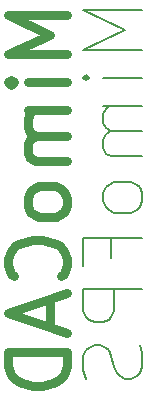
<source format=gbr>
%TF.GenerationSoftware,KiCad,Pcbnew,7.0.8*%
%TF.CreationDate,2024-08-15T13:25:32-04:00*%
%TF.ProjectId,R503toFeather,52353033-746f-4466-9561-746865722e6b,rev?*%
%TF.SameCoordinates,Original*%
%TF.FileFunction,Legend,Bot*%
%TF.FilePolarity,Positive*%
%FSLAX46Y46*%
G04 Gerber Fmt 4.6, Leading zero omitted, Abs format (unit mm)*
G04 Created by KiCad (PCBNEW 7.0.8) date 2024-08-15 13:25:32*
%MOMM*%
%LPD*%
G01*
G04 APERTURE LIST*
%ADD10C,0.150000*%
%ADD11C,0.750000*%
G04 APERTURE END LIST*
D10*
X31130295Y-24149160D02*
X26130295Y-24149160D01*
X26130295Y-24149160D02*
X29701723Y-25815826D01*
X29701723Y-25815826D02*
X26130295Y-27482493D01*
X26130295Y-27482493D02*
X31130295Y-27482493D01*
X31130295Y-29863446D02*
X27796961Y-29863446D01*
X26130295Y-29863446D02*
X26368390Y-29625350D01*
X26368390Y-29625350D02*
X26606485Y-29863446D01*
X26606485Y-29863446D02*
X26368390Y-30101541D01*
X26368390Y-30101541D02*
X26130295Y-29863446D01*
X26130295Y-29863446D02*
X26606485Y-29863446D01*
X31130295Y-32244398D02*
X27796961Y-32244398D01*
X28273152Y-32244398D02*
X28035057Y-32482493D01*
X28035057Y-32482493D02*
X27796961Y-32958683D01*
X27796961Y-32958683D02*
X27796961Y-33672969D01*
X27796961Y-33672969D02*
X28035057Y-34149160D01*
X28035057Y-34149160D02*
X28511247Y-34387255D01*
X28511247Y-34387255D02*
X31130295Y-34387255D01*
X28511247Y-34387255D02*
X28035057Y-34625350D01*
X28035057Y-34625350D02*
X27796961Y-35101541D01*
X27796961Y-35101541D02*
X27796961Y-35815826D01*
X27796961Y-35815826D02*
X28035057Y-36292017D01*
X28035057Y-36292017D02*
X28511247Y-36530112D01*
X28511247Y-36530112D02*
X31130295Y-36530112D01*
X31130295Y-39625350D02*
X30892200Y-39149160D01*
X30892200Y-39149160D02*
X30654104Y-38911065D01*
X30654104Y-38911065D02*
X30177914Y-38672969D01*
X30177914Y-38672969D02*
X28749342Y-38672969D01*
X28749342Y-38672969D02*
X28273152Y-38911065D01*
X28273152Y-38911065D02*
X28035057Y-39149160D01*
X28035057Y-39149160D02*
X27796961Y-39625350D01*
X27796961Y-39625350D02*
X27796961Y-40339636D01*
X27796961Y-40339636D02*
X28035057Y-40815827D01*
X28035057Y-40815827D02*
X28273152Y-41053922D01*
X28273152Y-41053922D02*
X28749342Y-41292017D01*
X28749342Y-41292017D02*
X30177914Y-41292017D01*
X30177914Y-41292017D02*
X30654104Y-41053922D01*
X30654104Y-41053922D02*
X30892200Y-40815827D01*
X30892200Y-40815827D02*
X31130295Y-40339636D01*
X31130295Y-40339636D02*
X31130295Y-39625350D01*
X28511247Y-45101541D02*
X28511247Y-43434875D01*
X31130295Y-43434875D02*
X26130295Y-43434875D01*
X26130295Y-43434875D02*
X26130295Y-45815827D01*
X31130295Y-47720589D02*
X26130295Y-47720589D01*
X26130295Y-47720589D02*
X26130295Y-49625351D01*
X26130295Y-49625351D02*
X26368390Y-50101541D01*
X26368390Y-50101541D02*
X26606485Y-50339636D01*
X26606485Y-50339636D02*
X27082676Y-50577732D01*
X27082676Y-50577732D02*
X27796961Y-50577732D01*
X27796961Y-50577732D02*
X28273152Y-50339636D01*
X28273152Y-50339636D02*
X28511247Y-50101541D01*
X28511247Y-50101541D02*
X28749342Y-49625351D01*
X28749342Y-49625351D02*
X28749342Y-47720589D01*
X30892200Y-52482493D02*
X31130295Y-53196779D01*
X31130295Y-53196779D02*
X31130295Y-54387255D01*
X31130295Y-54387255D02*
X30892200Y-54863446D01*
X30892200Y-54863446D02*
X30654104Y-55101541D01*
X30654104Y-55101541D02*
X30177914Y-55339636D01*
X30177914Y-55339636D02*
X29701723Y-55339636D01*
X29701723Y-55339636D02*
X29225533Y-55101541D01*
X29225533Y-55101541D02*
X28987438Y-54863446D01*
X28987438Y-54863446D02*
X28749342Y-54387255D01*
X28749342Y-54387255D02*
X28511247Y-53434874D01*
X28511247Y-53434874D02*
X28273152Y-52958684D01*
X28273152Y-52958684D02*
X28035057Y-52720589D01*
X28035057Y-52720589D02*
X27558866Y-52482493D01*
X27558866Y-52482493D02*
X27082676Y-52482493D01*
X27082676Y-52482493D02*
X26606485Y-52720589D01*
X26606485Y-52720589D02*
X26368390Y-52958684D01*
X26368390Y-52958684D02*
X26130295Y-53434874D01*
X26130295Y-53434874D02*
X26130295Y-54625351D01*
X26130295Y-54625351D02*
X26368390Y-55339636D01*
D11*
X24749095Y-24543897D02*
X19749095Y-24543897D01*
X19749095Y-24543897D02*
X23320523Y-26210563D01*
X23320523Y-26210563D02*
X19749095Y-27877230D01*
X19749095Y-27877230D02*
X24749095Y-27877230D01*
X24749095Y-30258183D02*
X21415761Y-30258183D01*
X19749095Y-30258183D02*
X19987190Y-30020087D01*
X19987190Y-30020087D02*
X20225285Y-30258183D01*
X20225285Y-30258183D02*
X19987190Y-30496278D01*
X19987190Y-30496278D02*
X19749095Y-30258183D01*
X19749095Y-30258183D02*
X20225285Y-30258183D01*
X24749095Y-32639135D02*
X21415761Y-32639135D01*
X21891952Y-32639135D02*
X21653857Y-32877230D01*
X21653857Y-32877230D02*
X21415761Y-33353420D01*
X21415761Y-33353420D02*
X21415761Y-34067706D01*
X21415761Y-34067706D02*
X21653857Y-34543897D01*
X21653857Y-34543897D02*
X22130047Y-34781992D01*
X22130047Y-34781992D02*
X24749095Y-34781992D01*
X22130047Y-34781992D02*
X21653857Y-35020087D01*
X21653857Y-35020087D02*
X21415761Y-35496278D01*
X21415761Y-35496278D02*
X21415761Y-36210563D01*
X21415761Y-36210563D02*
X21653857Y-36686754D01*
X21653857Y-36686754D02*
X22130047Y-36924849D01*
X22130047Y-36924849D02*
X24749095Y-36924849D01*
X24749095Y-40020087D02*
X24511000Y-39543897D01*
X24511000Y-39543897D02*
X24272904Y-39305802D01*
X24272904Y-39305802D02*
X23796714Y-39067706D01*
X23796714Y-39067706D02*
X22368142Y-39067706D01*
X22368142Y-39067706D02*
X21891952Y-39305802D01*
X21891952Y-39305802D02*
X21653857Y-39543897D01*
X21653857Y-39543897D02*
X21415761Y-40020087D01*
X21415761Y-40020087D02*
X21415761Y-40734373D01*
X21415761Y-40734373D02*
X21653857Y-41210564D01*
X21653857Y-41210564D02*
X21891952Y-41448659D01*
X21891952Y-41448659D02*
X22368142Y-41686754D01*
X22368142Y-41686754D02*
X23796714Y-41686754D01*
X23796714Y-41686754D02*
X24272904Y-41448659D01*
X24272904Y-41448659D02*
X24511000Y-41210564D01*
X24511000Y-41210564D02*
X24749095Y-40734373D01*
X24749095Y-40734373D02*
X24749095Y-40020087D01*
X24272904Y-46686755D02*
X24511000Y-46448659D01*
X24511000Y-46448659D02*
X24749095Y-45734374D01*
X24749095Y-45734374D02*
X24749095Y-45258183D01*
X24749095Y-45258183D02*
X24511000Y-44543897D01*
X24511000Y-44543897D02*
X24034809Y-44067707D01*
X24034809Y-44067707D02*
X23558619Y-43829612D01*
X23558619Y-43829612D02*
X22606238Y-43591516D01*
X22606238Y-43591516D02*
X21891952Y-43591516D01*
X21891952Y-43591516D02*
X20939571Y-43829612D01*
X20939571Y-43829612D02*
X20463380Y-44067707D01*
X20463380Y-44067707D02*
X19987190Y-44543897D01*
X19987190Y-44543897D02*
X19749095Y-45258183D01*
X19749095Y-45258183D02*
X19749095Y-45734374D01*
X19749095Y-45734374D02*
X19987190Y-46448659D01*
X19987190Y-46448659D02*
X20225285Y-46686755D01*
X23320523Y-48591516D02*
X23320523Y-50972469D01*
X24749095Y-48115326D02*
X19749095Y-49781993D01*
X19749095Y-49781993D02*
X24749095Y-51448659D01*
X24749095Y-53115326D02*
X19749095Y-53115326D01*
X19749095Y-53115326D02*
X19749095Y-54305802D01*
X19749095Y-54305802D02*
X19987190Y-55020088D01*
X19987190Y-55020088D02*
X20463380Y-55496278D01*
X20463380Y-55496278D02*
X20939571Y-55734373D01*
X20939571Y-55734373D02*
X21891952Y-55972469D01*
X21891952Y-55972469D02*
X22606238Y-55972469D01*
X22606238Y-55972469D02*
X23558619Y-55734373D01*
X23558619Y-55734373D02*
X24034809Y-55496278D01*
X24034809Y-55496278D02*
X24511000Y-55020088D01*
X24511000Y-55020088D02*
X24749095Y-54305802D01*
X24749095Y-54305802D02*
X24749095Y-53115326D01*
M02*

</source>
